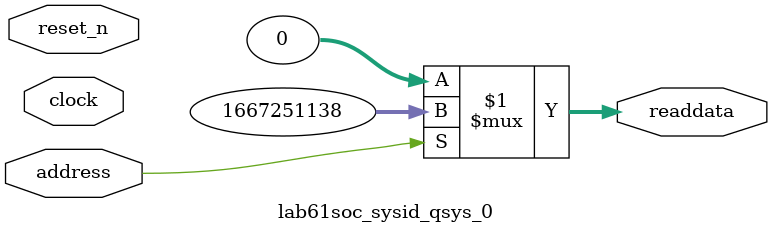
<source format=v>



// synthesis translate_off
`timescale 1ns / 1ps
// synthesis translate_on

// turn off superfluous verilog processor warnings 
// altera message_level Level1 
// altera message_off 10034 10035 10036 10037 10230 10240 10030 

module lab61soc_sysid_qsys_0 (
               // inputs:
                address,
                clock,
                reset_n,

               // outputs:
                readdata
             )
;

  output  [ 31: 0] readdata;
  input            address;
  input            clock;
  input            reset_n;

  wire    [ 31: 0] readdata;
  //control_slave, which is an e_avalon_slave
  assign readdata = address ? 1667251138 : 0;

endmodule



</source>
